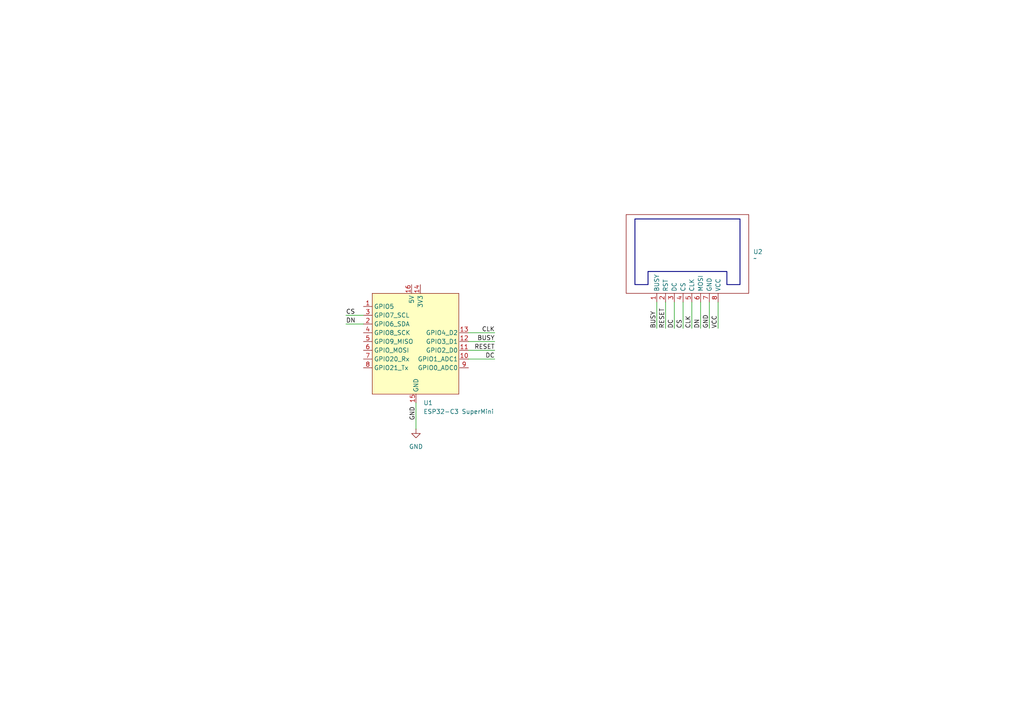
<source format=kicad_sch>
(kicad_sch (version 20250114) (generator "eeschema") (generator_version "9.0")
  (paper "A4")
  (lib_symbols
    (symbol "Alexander Symbols Library:ESP32-C3-SuperMini"
      (property "Reference" "U" (at 0 0 0))
      (property "Value" "ESP32-C3 SuperMini" (at 25.654 0 0))
      (symbol "ESP32-C3-SuperMini_0_1"
        (rectangle (start 0 -2.54) (end 25.146 -31.75) (fill (type background)))
      )
      (symbol "ESP32-C3-SuperMini_1_1"
        (pin bidirectional line (at -2.54 -6.35 0) (length 2.54) (name "GPIO5") (number "1"))
        (pin bidirectional line (at -2.54 -8.89 0) (length 2.54) (name "GPIO7_SCL") (number "3"))
        (pin bidirectional line (at -2.54 -11.43 0) (length 2.54) (name "GPIO6_SDA") (number "2"))
        (pin bidirectional line (at -2.54 -13.97 0) (length 2.54) (name "GPIO8_SCK") (number "4"))
        (pin bidirectional line (at -2.54 -16.51 0) (length 2.54) (name "GPIO9_MISO") (number "5"))
        (pin bidirectional line (at -2.54 -19.05 0) (length 2.54) (name "GPIO_MOSI") (number "6"))
        (pin bidirectional line (at -2.54 -21.59 0) (length 2.54) (name "GPIO20_Rx") (number "7"))
        (pin bidirectional line (at -2.54 -24.13 0) (length 2.54) (name "GPIO21_Tx") (number "8"))
        (pin power_in line (at 11.43 0 270) (length 2.54) (name "5V") (number "16"))
        (pin power_out line (at 12.7 -34.29 90) (length 2.54) (name "GND") (number "15"))
        (pin power_in line (at 13.97 0 270) (length 2.54) (name "3V3") (number "14"))
        (pin bidirectional line (at 27.94 -13.97 180) (length 2.54) (name "GPIO4_D2") (number "13"))
        (pin bidirectional line (at 27.94 -16.51 180) (length 2.54) (name "GPIO3_D1") (number "12"))
        (pin bidirectional line (at 27.94 -19.05 180) (length 2.54) (name "GPIO2_D0") (number "11"))
        (pin bidirectional line (at 27.94 -21.59 180) (length 2.54) (name "GPIO1_ADC1") (number "10"))
        (pin bidirectional line (at 27.94 -24.13 180) (length 2.54) (name "GPIO0_ADC0") (number "9"))
      )
    )
    (symbol "Alexander Symbols Library:ePaper"
      (property "Reference" "U" (at 0 0 0))
      (symbol "ePaper_0_1"
        (rectangle (start -17.78 -2.54) (end 17.78 -25.4))
      )
      (symbol "ePaper_1_1"
        (polyline (pts (xy -11.43 -19.05) (xy -11.43 -22.86) (xy -15.24 -22.86) (xy -15.24 -3.81) (xy 15.24 -3.81) (xy 15.24 -22.86) (xy 11.43 -22.86) (xy 11.43 -19.05) (xy -11.43 -19.05)) (stroke (width 0.25) (color 0 0 132 1)))
        (pin bidirectional line (at -8.89 -27.94 90) (length 2.54) (name "BUSY") (number "1"))
        (pin bidirectional line (at -6.35 -27.94 90) (length 2.54) (name "RST") (number "2"))
        (pin bidirectional line (at -3.81 -27.94 90) (length 2.54) (name "DC") (number "3"))
        (pin bidirectional line (at -1.27 -27.94 90) (length 2.54) (name "CS") (number "4"))
        (pin bidirectional line (at 1.27 -27.94 90) (length 2.54) (name "CLK") (number "5"))
        (pin bidirectional line (at 3.81 -27.94 90) (length 2.54) (name "MOSI") (number "6"))
        (pin power_out line (at 6.35 -27.94 90) (length 2.54) (name "GND") (number "7"))
        (pin bidirectional line (at 8.89 -27.94 90) (length 2.54) (name "VCC") (number "8"))
      )
    )
    (symbol "power:GND" (power) (pin_numbers (hide yes)) (pin_names (offset 0) (hide yes))
      (property "Value" "GND" (at 0 -3.81 0))
      (symbol "GND_0_1"
        (polyline (pts (xy 0 0) (xy 0 -1.27) (xy 1.27 -1.27) (xy 0 -2.54) (xy -1.27 -1.27) (xy 0 -1.27)))
      )
      (symbol "GND_1_1"
        (pin power_in line (at 0 0 270) (length 0) (name "~") (number "1"))
      )
    )
  )
  (wire (pts (xy 198.12 87.63) (xy 198.12 95.25)))
  (wire (pts (xy 120.65 116.84) (xy 120.65 124.46)))
  (wire (pts (xy 190.5 87.63) (xy 190.5 95.25)))
  (wire (pts (xy 208.28 87.63) (xy 208.28 95.25)))
  (wire (pts (xy 135.89 96.52) (xy 143.51 96.52)))
  (wire (pts (xy 135.89 99.06) (xy 143.51 99.06)))
  (wire (pts (xy 100.33 91.44) (xy 105.41 91.44)))
  (wire (pts (xy 193.04 87.63) (xy 193.04 95.25)))
  (wire (pts (xy 203.2 87.63) (xy 203.2 95.25)))
  (wire (pts (xy 195.58 87.63) (xy 195.58 95.25)))
  (wire (pts (xy 200.66 87.63) (xy 200.66 95.25)))
  (wire (pts (xy 205.74 87.63) (xy 205.74 95.25)))
  (wire (pts (xy 135.89 101.6) (xy 143.51 101.6)))
  (wire (pts (xy 100.33 93.98) (xy 105.41 93.98)))
  (wire (pts (xy 135.89 104.14) (xy 143.51 104.14)))
  (label "GND" (at 205.74 95.25 90))
  (label "VCC" (at 208.28 95.25 90))
  (label "BUSY" (at 143.51 99.06 180))
  (label "CLK" (at 143.51 96.52 180))
  (label "CS" (at 100.33 91.44 0))
  (label "RESET" (at 193.04 95.25 90))
  (label "DC" (at 143.51 104.14 180))
  (label "RESET" (at 143.51 101.6 180))
  (label "DN" (at 203.2 95.25 90))
  (label "BUSY" (at 190.5 95.25 90))
  (label "DN" (at 100.33 93.98 0))
  (label "CS" (at 198.12 95.25 90))
  (label "DC" (at 195.58 95.25 90))
  (label "GND" (at 120.65 121.92 90))
  (label "CLK" (at 200.66 95.25 90))
  (symbol (lib_id "Alexander Symbols Library:ESP32-C3-SuperMini") (at 107.95 82.55 0) (unit 1)
    (property "Reference" "U1" (at 122.7933 116.84 0) (effects (justify left)))
    (property "Value" "ESP32-C3 SuperMini" (at 122.7933 119.38 0) (effects (justify left)))
    (property "Footprint" "Alexander Footprint Library:ESP32-C3_SuperMini" (effects (hide yes)))
  )
  (symbol (lib_id "Alexander Symbols Library:ePaper") (at 199.39 59.69 0) (unit 1)
    (property "Reference" "U2" (at 218.44 73.0249 0) (effects (justify left)))
    (property "Value" "~" (at 218.44 74.93 0) (effects (justify left)))
  )
  (symbol (lib_id "power:GND") (at 120.65 124.46 0) (unit 1)
    (property "Reference" "#PWR01" (effects (hide yes)))
    (property "Value" "GND" (at 120.65 129.54 0))
    (property "Description" "Power symbol creates a global label with name \"GND\" , ground" (effects (hide yes)))
  )
)
</source>
